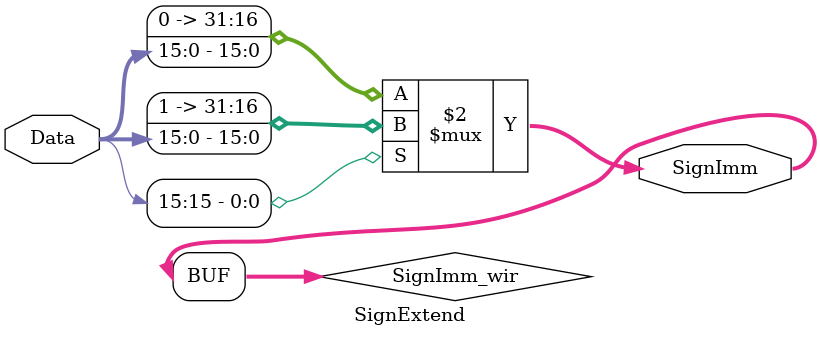
<source format=v>
 /******************************************************************* 
* Name:
*	SignExtend.v
* Description:
* 	This module is parameterizable Program Counter
* Inputs:
*	Data: Input data to be extended
* Outputs:
* 	SignImm: Extended data with sign conservation
* Versión:  
*	1.0
* Author: 
*	José Antonio Rodríguez Castañeda  md193781
* Date :
*	V1.0       15/11/2018
* 
*********************************************************************/
module SignExtend
#(
	// Parameter Declarations
	parameter WORD_LENGTH = 32
)

(
	// Input Ports
	input [(WORD_LENGTH/2)-1:0] Data,
	
	// Output Ports
	output [WORD_LENGTH-1:0] SignImm

);


wire [WORD_LENGTH-1:0] SignImm_wir;

//----------------------------------------------------
assign SignImm_wir = (Data[(WORD_LENGTH/2)-1]==1) ? {{(WORD_LENGTH/2) {1'b1}} ,Data} : {{(WORD_LENGTH/2) {1'b0}} ,Data};  //Output Ext Signed data
assign SignImm = SignImm_wir;
//----------------------------------------------------

endmodule
</source>
